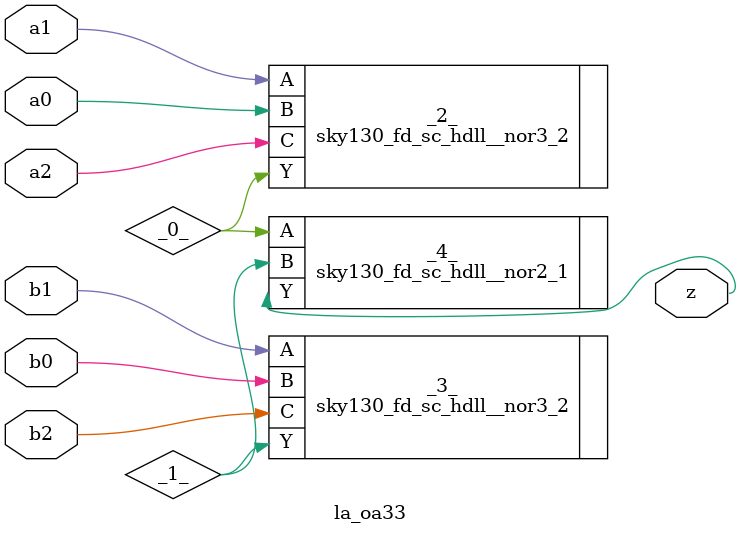
<source format=v>

/* Generated by Yosys 0.37 (git sha1 a5c7f69ed, clang 14.0.0-1ubuntu1.1 -fPIC -Os) */

module la_oa33(a0, a1, a2, b0, b1, b2, z);
  wire _0_;
  wire _1_;
  input a0;
  wire a0;
  input a1;
  wire a1;
  input a2;
  wire a2;
  input b0;
  wire b0;
  input b1;
  wire b1;
  input b2;
  wire b2;
  output z;
  wire z;
  sky130_fd_sc_hdll__nor3_2 _2_ (
    .A(a1),
    .B(a0),
    .C(a2),
    .Y(_0_)
  );
  sky130_fd_sc_hdll__nor3_2 _3_ (
    .A(b1),
    .B(b0),
    .C(b2),
    .Y(_1_)
  );
  sky130_fd_sc_hdll__nor2_1 _4_ (
    .A(_0_),
    .B(_1_),
    .Y(z)
  );
endmodule

</source>
